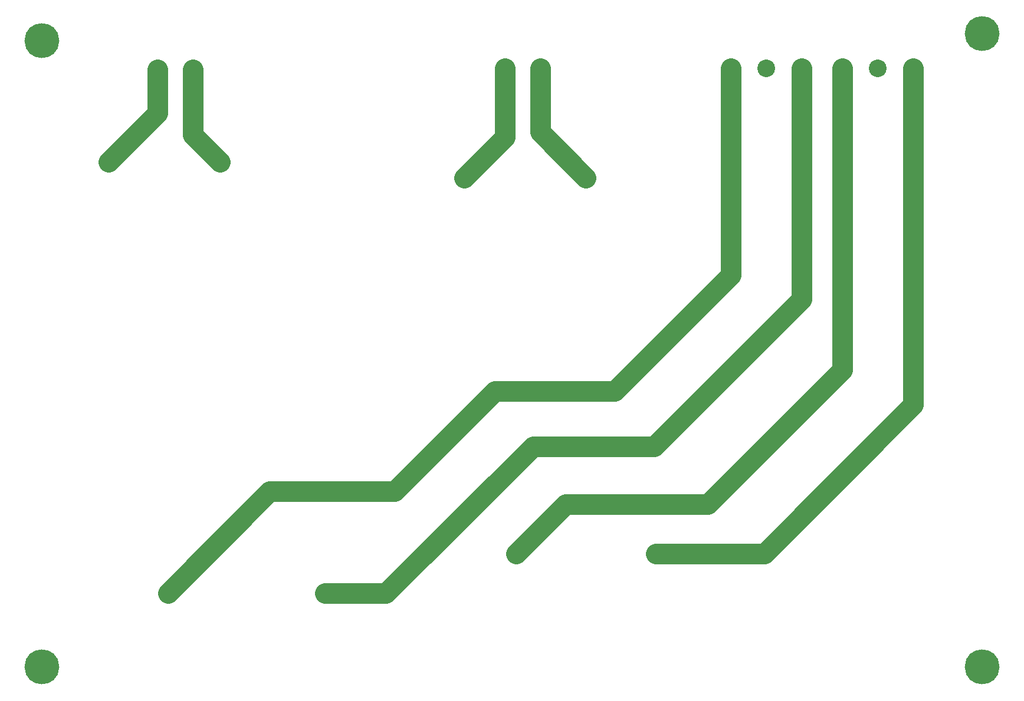
<source format=gbl>
G04 Layer_Physical_Order=2*
G04 Layer_Color=16711680*
%FSLAX44Y44*%
%MOMM*%
G71*
G01*
G75*
%ADD10C,3.0000*%
%ADD11C,2.5400*%
G04:AMPARAMS|DCode=12|XSize=5mm|YSize=5mm|CornerRadius=2.5mm|HoleSize=0mm|Usage=FLASHONLY|Rotation=0.000|XOffset=0mm|YOffset=0mm|HoleType=Round|Shape=RoundedRectangle|*
%AMROUNDEDRECTD12*
21,1,5.0000,0.0000,0,0,0.0*
21,1,0.0000,5.0000,0,0,0.0*
1,1,5.0000,0.0000,0.0000*
1,1,5.0000,0.0000,0.0000*
1,1,5.0000,0.0000,0.0000*
1,1,5.0000,0.0000,0.0000*
%
%ADD12ROUNDEDRECTD12*%
G04:AMPARAMS|DCode=13|XSize=2mm|YSize=2mm|CornerRadius=1mm|HoleSize=0mm|Usage=FLASHONLY|Rotation=270.000|XOffset=0mm|YOffset=0mm|HoleType=Round|Shape=RoundedRectangle|*
%AMROUNDEDRECTD13*
21,1,2.0000,0.0000,0,0,270.0*
21,1,0.0000,2.0000,0,0,270.0*
1,1,2.0000,0.0000,0.0000*
1,1,2.0000,0.0000,0.0000*
1,1,2.0000,0.0000,0.0000*
1,1,2.0000,0.0000,0.0000*
%
%ADD13ROUNDEDRECTD13*%
D10*
X491000Y416000D02*
X637000Y562000D01*
X816081D01*
X960041Y705959D01*
X1131959D01*
X1299200Y873200D01*
Y1170000D01*
X1400800D02*
Y838800D01*
X1189000Y627000D01*
X1015000D01*
X804000Y416000D01*
X716100D01*
X990700Y473000D02*
X1061850Y544150D01*
X1266150D01*
X1459200Y737200D01*
Y1170000D01*
X1560800D02*
Y686800D01*
X1347000Y473000D01*
X1191100D01*
X1091000Y1013000D02*
X1025400Y1078600D01*
Y1170000D01*
X974600D02*
Y1071600D01*
X916000Y1013000D01*
X566000Y1036000D02*
X527050Y1074950D01*
Y1168400D01*
X476250D02*
Y1106250D01*
X406000Y1036000D01*
D11*
X1025400Y1170000D02*
D03*
X974600D02*
D03*
X1299200D02*
D03*
X1350000D02*
D03*
X1400800D02*
D03*
X1459200D02*
D03*
X1510000D02*
D03*
X1560800D02*
D03*
X527050Y1168400D02*
D03*
X476250D02*
D03*
D12*
X310000Y310000D02*
D03*
Y1210000D02*
D03*
X1660000Y310000D02*
D03*
Y1220000D02*
D03*
D13*
X491000Y416000D02*
D03*
X716100D02*
D03*
X990700Y473000D02*
D03*
X1191100D02*
D03*
X1091000Y1013000D02*
D03*
X916000D02*
D03*
X566000Y1036000D02*
D03*
X406000D02*
D03*
M02*

</source>
